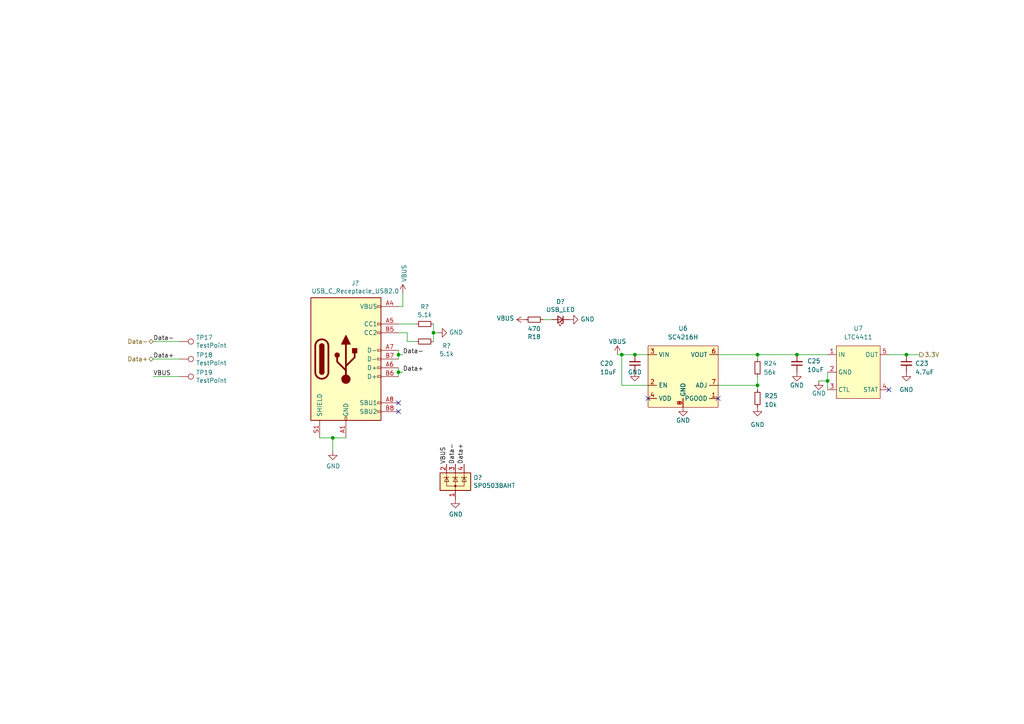
<source format=kicad_sch>
(kicad_sch (version 20211123) (generator eeschema)
  (paper "A4")
  (lib_symbols
    (symbol "Connector:TestPoint" (pin_numbers hide) (pin_names (offset 0.762) hide)
      (property "Reference" "TP" (at 0 6.858 0))
      (property "Value" "TestPoint" (at 0 5.08 0))
      (symbol "TestPoint_0_1"
        (circle (center 0 3.302) (radius 0.762))
      )
      (symbol "TestPoint_1_1"
        (pin passive line (at 0 0 90) (length 2.54) (name "1") (number "1"))
      )
    )
    (symbol "Connector:USB_C_Receptacle_USB2.0" (pin_names (offset 1.016))
      (property "Reference" "J" (at -10.16 19.05 0))
      (property "Value" "USB_C_Receptacle_USB2.0" (at 19.05 19.05 0))
      (symbol "USB_C_Receptacle_USB2.0_0_0"
        (rectangle (start -0.254 -17.78) (end 0.254 -16.764))
        (rectangle (start 10.16 -14.986) (end 9.144 -15.494))
        (rectangle (start 10.16 -12.446) (end 9.144 -12.954))
        (rectangle (start 10.16 -4.826) (end 9.144 -5.334))
        (rectangle (start 10.16 -2.286) (end 9.144 -2.794))
        (rectangle (start 10.16 0.254) (end 9.144 -0.254))
        (rectangle (start 10.16 2.794) (end 9.144 2.286))
        (rectangle (start 10.16 7.874) (end 9.144 7.366))
        (rectangle (start 10.16 10.414) (end 9.144 9.906))
        (rectangle (start 10.16 15.494) (end 9.144 14.986))
      )
      (symbol "USB_C_Receptacle_USB2.0_0_1"
        (rectangle (start -10.16 17.78) (end 10.16 -17.78) (stroke (width 0.254)) (fill (type background)))
        (arc (start -8.89 -3.81) (mid -6.985 -5.715) (end -5.08 -3.81) (stroke (width 0.508)))
        (arc (start -7.62 -3.81) (mid -6.985 -4.445) (end -6.35 -3.81) (stroke (width 0.254)))
        (arc (start -7.62 -3.81) (mid -6.985 -4.445) (end -6.35 -3.81) (stroke (width 0.254)) (fill (type outline)))
        (rectangle (start -7.62 -3.81) (end -6.35 3.81) (stroke (width 0.254)) (fill (type outline)))
        (arc (start -6.35 3.81) (mid -6.985 4.445) (end -7.62 3.81) (stroke (width 0.254)))
        (arc (start -6.35 3.81) (mid -6.985 4.445) (end -7.62 3.81) (stroke (width 0.254)) (fill (type outline)))
        (arc (start -5.08 3.81) (mid -6.985 5.715) (end -8.89 3.81) (stroke (width 0.508)))
        (circle (center -2.54 1.143) (radius 0.635) (stroke (width 0.254)) (fill (type outline)))
        (circle (center 0 -5.842) (radius 1.27) (fill (type outline)))
        (polyline (pts (xy -8.89 -3.81) (xy -8.89 3.81)) (stroke (width 0.508)))
        (polyline (pts (xy -5.08 3.81) (xy -5.08 -3.81)) (stroke (width 0.508)))
        (polyline (pts (xy 0 -5.842) (xy 0 4.318)) (stroke (width 0.508)))
        (polyline (pts (xy 0 -3.302) (xy -2.54 -0.762) (xy -2.54 0.508)) (stroke (width 0.508)))
        (polyline (pts (xy 0 -2.032) (xy 2.54 0.508) (xy 2.54 1.778)) (stroke (width 0.508)))
        (polyline (pts (xy -1.27 4.318) (xy 0 6.858) (xy 1.27 4.318) (xy -1.27 4.318)) (stroke (width 0.254)) (fill (type outline)))
        (rectangle (start 1.905 1.778) (end 3.175 3.048) (stroke (width 0.254)) (fill (type outline)))
      )
      (symbol "USB_C_Receptacle_USB2.0_1_1"
        (pin passive line (at 0 -22.86 90) (length 5.08) (name "GND") (number "A1"))
        (pin passive line (at 0 -22.86 90) (length 5.08) hide (name "GND") (number "A12"))
        (pin passive line (at 15.24 15.24 180) (length 5.08) (name "VBUS") (number "A4"))
        (pin bidirectional line (at 15.24 10.16 180) (length 5.08) (name "CC1") (number "A5"))
        (pin bidirectional line (at 15.24 -2.54 180) (length 5.08) (name "D+") (number "A6"))
        (pin bidirectional line (at 15.24 2.54 180) (length 5.08) (name "D-") (number "A7"))
        (pin bidirectional line (at 15.24 -12.7 180) (length 5.08) (name "SBU1") (number "A8"))
        (pin passive line (at 15.24 15.24 180) (length 5.08) hide (name "VBUS") (number "A9"))
        (pin passive line (at 0 -22.86 90) (length 5.08) hide (name "GND") (number "B1"))
        (pin passive line (at 0 -22.86 90) (length 5.08) hide (name "GND") (number "B12"))
        (pin passive line (at 15.24 15.24 180) (length 5.08) hide (name "VBUS") (number "B4"))
        (pin bidirectional line (at 15.24 7.62 180) (length 5.08) (name "CC2") (number "B5"))
        (pin bidirectional line (at 15.24 -5.08 180) (length 5.08) (name "D+") (number "B6"))
        (pin bidirectional line (at 15.24 0 180) (length 5.08) (name "D-") (number "B7"))
        (pin bidirectional line (at 15.24 -15.24 180) (length 5.08) (name "SBU2") (number "B8"))
        (pin passive line (at 15.24 15.24 180) (length 5.08) hide (name "VBUS") (number "B9"))
        (pin passive line (at -7.62 -22.86 90) (length 5.08) (name "SHIELD") (number "S1"))
      )
    )
    (symbol "Device:C_Small" (pin_numbers hide) (pin_names (offset 0.254) hide)
      (property "Reference" "C" (at 0.254 1.778 0))
      (property "Value" "C_Small" (at 0.254 -2.032 0))
      (symbol "C_Small_0_1"
        (polyline (pts (xy -1.524 -0.508) (xy 1.524 -0.508)) (stroke (width 0.3302)))
        (polyline (pts (xy -1.524 0.508) (xy 1.524 0.508)) (stroke (width 0.3048)))
      )
      (symbol "C_Small_1_1"
        (pin passive line (at 0 2.54 270) (length 2.032) (name "~") (number "1"))
        (pin passive line (at 0 -2.54 90) (length 2.032) (name "~") (number "2"))
      )
    )
    (symbol "Device:LED_Small" (pin_numbers hide) (pin_names (offset 0.254) hide)
      (property "Reference" "D" (at -1.27 3.175 0))
      (property "Value" "LED_Small" (at -4.445 -2.54 0))
      (symbol "LED_Small_0_1"
        (polyline (pts (xy -0.762 -1.016) (xy -0.762 1.016)) (stroke (width 0.254)))
        (polyline (pts (xy 1.016 0) (xy -0.762 0)))
        (polyline (pts (xy 0.762 -1.016) (xy -0.762 0) (xy 0.762 1.016) (xy 0.762 -1.016)) (stroke (width 0.254)))
        (polyline (pts (xy 0 0.762) (xy -0.508 1.27) (xy -0.254 1.27) (xy -0.508 1.27) (xy -0.508 1.016)))
        (polyline (pts (xy 0.508 1.27) (xy 0 1.778) (xy 0.254 1.778) (xy 0 1.778) (xy 0 1.524)))
      )
      (symbol "LED_Small_1_1"
        (pin passive line (at -2.54 0 0) (length 1.778) (name "K") (number "1"))
        (pin passive line (at 2.54 0 180) (length 1.778) (name "A") (number "2"))
      )
    )
    (symbol "Device:R_Small" (pin_numbers hide) (pin_names (offset 0.254) hide)
      (property "Reference" "R" (at 0.762 0.508 0))
      (property "Value" "R_Small" (at 0.762 -1.016 0))
      (symbol "R_Small_0_1"
        (rectangle (start -0.762 1.778) (end 0.762 -1.778) (stroke (width 0.2032)))
      )
      (symbol "R_Small_1_1"
        (pin passive line (at 0 2.54 270) (length 0.762) (name "~") (number "1"))
        (pin passive line (at 0 -2.54 90) (length 0.762) (name "~") (number "2"))
      )
    )
    (symbol "Power_Protection:SP0503BAHT" (pin_names hide)
      (property "Reference" "D" (at 5.715 2.54 0))
      (property "Value" "SP0503BAHT" (at 5.715 0.635 0))
      (symbol "SP0503BAHT_0_0"
        (pin passive line (at 0 -5.08 90) (length 2.54) (name "A") (number "1"))
      )
      (symbol "SP0503BAHT_0_1"
        (rectangle (start -4.445 2.54) (end 4.445 -2.54) (stroke (width 0.254)) (fill (type background)))
        (circle (center 0 -1.27) (radius 0.254) (fill (type outline)))
        (polyline (pts (xy -2.54 2.54) (xy -2.54 1.27)))
        (polyline (pts (xy 0 -1.27) (xy 0 -2.54)))
        (polyline (pts (xy 0 -1.27) (xy 0 1.27)))
        (polyline (pts (xy 0 2.54) (xy 0 1.27)))
        (polyline (pts (xy 0.635 1.27) (xy 0.762 1.27)))
        (polyline (pts (xy 2.54 2.54) (xy 2.54 1.27)))
        (polyline (pts (xy 0.635 1.27) (xy -0.762 1.27) (xy -0.762 1.016)))
        (polyline (pts (xy -3.302 1.016) (xy -3.302 1.27) (xy -1.905 1.27) (xy -1.778 1.27)))
        (polyline (pts (xy -2.54 1.27) (xy -2.54 -1.27) (xy 2.54 -1.27) (xy 2.54 1.27)))
        (polyline (pts (xy -2.54 1.27) (xy -1.905 0) (xy -3.175 0) (xy -2.54 1.27)))
        (polyline (pts (xy 0.635 0) (xy -0.635 0) (xy 0 1.27) (xy 0.635 0)))
        (polyline (pts (xy 1.778 1.016) (xy 1.778 1.27) (xy 3.175 1.27) (xy 3.302 1.27)))
        (polyline (pts (xy 2.54 1.27) (xy 1.905 0) (xy 3.175 0) (xy 2.54 1.27)))
      )
      (symbol "SP0503BAHT_1_1"
        (pin passive line (at -2.54 5.08 270) (length 2.54) (name "K") (number "2"))
        (pin passive line (at 0 5.08 270) (length 2.54) (name "K") (number "3"))
        (pin passive line (at 2.54 5.08 270) (length 2.54) (name "K") (number "4"))
      )
    )
    (symbol "iclr:LTC4411"
      (property "Reference" "U" (at 0 1.27 0))
      (property "Value" "LTC4411" (at 0 -1.27 0))
      (symbol "LTC4411_0_1"
        (rectangle (start -6.35 -2.54) (end 6.35 -17.78) (fill (type background)))
      )
      (symbol "LTC4411_1_1"
        (pin power_in line (at -8.89 -5.08 0) (length 2.54) (name "IN") (number "1"))
        (pin output line (at -8.89 -10.16 0) (length 2.54) (name "GND") (number "2"))
        (pin input line (at -8.89 -15.24 0) (length 2.54) (name "CTL") (number "3"))
        (pin input line (at 8.89 -15.24 180) (length 2.54) (name "STAT") (number "4"))
        (pin power_out line (at 8.89 -5.08 180) (length 2.54) (name "OUT") (number "5"))
      )
    )
    (symbol "iclr:RT9025-25GSP"
      (property "Reference" "U6" (at 0 4.8428 0))
      (property "Value" "RT9025-25GSP" (at 0 2.3059 0))
      (symbol "RT9025-25GSP_1_1"
        (rectangle (start -10.16 1.27) (end 10.16 -16.51) (fill (type background)))
        (pin output line (at 10.16 -13.97 180) (length 2.54) (name "PGOOD") (number "1"))
        (pin input line (at -10.16 -10.16 0) (length 2.54) (name "EN") (number "2"))
        (pin input line (at -10.16 -1.27 0) (length 2.54) (name "VIN") (number "3"))
        (pin input line (at -10.16 -13.97 0) (length 2.54) (name "VDD") (number "4"))
        (pin output line (at 10.16 -1.27 180) (length 2.54) (name "VOUT") (number "6"))
        (pin input line (at 10.16 -10.16 180) (length 2.54) (name "ADJ") (number "7"))
        (pin input line (at 0 -16.51 90) (length 2.54) (name "GND") (number "8"))
        (pin input line (at 0 -16.51 90) (length 2.54) (name "GND") (number "9"))
      )
    )
    (symbol "power:GND" (power) (pin_names (offset 0))
      (property "Value" "GND" (at 0 -3.81 0))
      (symbol "GND_0_1"
        (polyline (pts (xy 0 0) (xy 0 -1.27) (xy 1.27 -1.27) (xy 0 -2.54) (xy -1.27 -1.27) (xy 0 -1.27)))
      )
      (symbol "GND_1_1"
        (pin power_in line (at 0 0 270) (length 0) hide (name "GND") (number "1"))
      )
    )
    (symbol "power:VBUS" (power) (pin_names (offset 0))
      (property "Value" "VBUS" (at 0 3.81 0))
      (symbol "VBUS_0_1"
        (polyline (pts (xy -0.762 1.27) (xy 0 2.54)))
        (polyline (pts (xy 0 0) (xy 0 2.54)))
        (polyline (pts (xy 0 2.54) (xy 0.762 1.27)))
      )
      (symbol "VBUS_1_1"
        (pin power_in line (at 0 0 90) (length 0) hide (name "VBUS") (number "1"))
      )
    )
  )
  (junction (at 115.57 107.95))
  (junction (at 125.73 96.52))
  (junction (at 184.15 102.87))
  (junction (at 219.71 111.76))
  (junction (at 240.03 110.49))
  (junction (at 96.52 127))
  (junction (at 115.57 102.87))
  (junction (at 262.89 102.87))
  (junction (at 219.71 102.87))
  (junction (at 231.14 102.87))
  (junction (at 180.34 102.87))
  (no_connect (at 115.57 119.38))
  (no_connect (at 257.81 113.03))
  (no_connect (at 115.57 116.84))
  (no_connect (at 208.28 115.57))
  (no_connect (at 187.96 115.57))
  (wire (pts (xy 115.57 96.52) (xy 118.11 96.52)))
  (wire (pts (xy 179.07 102.87) (xy 180.34 102.87)))
  (wire (pts (xy 180.34 102.87) (xy 180.34 111.76)))
  (wire (pts (xy 219.71 109.22) (xy 219.71 111.76)))
  (wire (pts (xy 180.34 111.76) (xy 187.96 111.76)))
  (wire (pts (xy 44.45 109.22) (xy 52.07 109.22)))
  (wire (pts (xy 44.45 104.14) (xy 52.07 104.14)))
  (wire (pts (xy 96.52 127) (xy 96.52 130.81)))
  (wire (pts (xy 115.57 107.95) (xy 115.57 109.22)))
  (wire (pts (xy 118.11 96.52) (xy 118.11 99.06)))
  (wire (pts (xy 180.34 102.87) (xy 184.15 102.87)))
  (wire (pts (xy 262.89 102.87) (xy 266.7 102.87)))
  (wire (pts (xy 160.02 92.71) (xy 157.48 92.71)))
  (wire (pts (xy 240.03 110.49) (xy 240.03 113.03)))
  (wire (pts (xy 237.49 110.49) (xy 240.03 110.49)))
  (wire (pts (xy 240.03 107.95) (xy 240.03 110.49)))
  (wire (pts (xy 115.57 102.87) (xy 115.57 101.6)))
  (wire (pts (xy 115.57 102.87) (xy 116.84 102.87)))
  (wire (pts (xy 116.84 85.09) (xy 116.84 88.9)))
  (wire (pts (xy 231.14 102.87) (xy 240.03 102.87)))
  (wire (pts (xy 219.71 102.87) (xy 231.14 102.87)))
  (wire (pts (xy 125.73 93.98) (xy 125.73 96.52)))
  (wire (pts (xy 92.71 127) (xy 96.52 127)))
  (wire (pts (xy 208.28 102.87) (xy 219.71 102.87)))
  (wire (pts (xy 219.71 111.76) (xy 219.71 113.03)))
  (wire (pts (xy 208.28 111.76) (xy 219.71 111.76)))
  (wire (pts (xy 219.71 102.87) (xy 219.71 104.14)))
  (wire (pts (xy 115.57 93.98) (xy 120.65 93.98)))
  (wire (pts (xy 257.81 102.87) (xy 262.89 102.87)))
  (wire (pts (xy 125.73 99.06) (xy 125.73 96.52)))
  (wire (pts (xy 96.52 127) (xy 100.33 127)))
  (wire (pts (xy 184.15 102.87) (xy 187.96 102.87)))
  (wire (pts (xy 125.73 96.52) (xy 127 96.52)))
  (wire (pts (xy 115.57 106.68) (xy 115.57 107.95)))
  (wire (pts (xy 115.57 104.14) (xy 115.57 102.87)))
  (wire (pts (xy 115.57 107.95) (xy 116.84 107.95)))
  (wire (pts (xy 116.84 88.9) (xy 115.57 88.9)))
  (wire (pts (xy 118.11 99.06) (xy 120.65 99.06)))
  (wire (pts (xy 44.45 99.06) (xy 52.07 99.06)))
  (label "Data+" (at 134.62 134.62 90))
  (label "VBUS" (at 129.54 134.62 90))
  (label "Data+" (at 44.45 104.14 0))
  (label "Data-" (at 44.45 99.06 0))
  (label "Data-" (at 132.08 134.62 90))
  (label "Data-" (at 116.84 102.87 0))
  (label "VBUS" (at 44.45 109.22 0))
  (label "Data+" (at 116.84 107.95 0))
  (hierarchical_label "3.3V" (shape output) (at 266.7 102.87 0))
  (hierarchical_label "Data-" (shape bidirectional) (at 44.45 99.06 180))
  (hierarchical_label "Data+" (shape bidirectional) (at 44.45 104.14 180))
  (symbol (lib_id "power:GND") (at 127 96.52 90) (unit 1)
    (property "Reference" "#PWR?" (effects hide))
    (property "Value" "GND" (at 130.2512 96.393 90) (effects (justify right)))
  )
  (symbol (lib_id "Device:R_Small") (at 123.19 99.06 270) (unit 1)
    (property "Reference" "R?" (at 129.54 100.33 90))
    (property "Value" "5.1k" (at 129.54 102.6414 90))
    (property "Footprint" "Resistor_SMD:R_0603_1608Metric" (effects hide))
  )
  (symbol (lib_id "Device:R_Small") (at 123.19 93.98 90) (unit 1)
    (property "Reference" "R?" (at 123.19 89.0016 90))
    (property "Value" "5.1k" (at 123.19 91.313 90))
    (property "Footprint" "Resistor_SMD:R_0603_1608Metric" (effects hide))
  )
  (symbol (lib_id "power:GND") (at 96.52 130.81 0) (unit 1)
    (property "Reference" "#PWR?" (effects hide))
    (property "Value" "GND" (at 96.647 135.2042 0))
  )
  (symbol (lib_id "Connector:USB_C_Receptacle_USB2.0") (at 100.33 104.14 0) (unit 1)
    (property "Reference" "J?" (at 103.0478 82.1182 0))
    (property "Value" "USB_C_Receptacle_USB2.0" (at 103.0478 84.4296 0))
    (property "Footprint" "Connector_USB:USB_C_Receptacle_GCT_USB4085" (effects hide))
    (property "Datasheet" "https://www.usb.org/sites/default/files/documents/usb_type-c.zip" (effects hide))
  )
  (symbol (lib_id "power:GND") (at 132.08 144.78 0) (unit 1)
    (property "Reference" "#PWR?" (effects hide))
    (property "Value" "GND" (at 132.207 149.1742 0))
  )
  (symbol (lib_id "Power_Protection:SP0503BAHT") (at 132.08 139.7 0) (unit 1)
    (property "Reference" "D?" (at 137.287 138.5316 0) (effects (justify left)))
    (property "Value" "SP0503BAHT" (at 137.287 140.843 0) (effects (justify left)))
    (property "Footprint" "Package_TO_SOT_SMD:SOT-143" (effects hide))
    (property "Datasheet" "http://www.littelfuse.com/~/media/files/littelfuse/technical%20resources/documents/data%20sheets/sp05xxba.pdf" (effects hide))
  )
  (symbol (lib_id "power:VBUS") (at 116.84 85.09 0) (unit 1)
    (property "Reference" "#PWR0124" (effects hide))
    (property "Value" "VBUS" (at 117.221 81.8388 90) (effects (justify left)))
  )
  (symbol (lib_id "Connector:TestPoint") (at 52.07 99.06 270) (unit 1)
    (property "Reference" "TP17" (at 56.8452 97.8916 90) (effects (justify left)))
    (property "Value" "TestPoint" (at 56.8452 100.203 90) (effects (justify left)))
    (property "Footprint" "TestPoint:TestPoint_THTPad_1.0x1.0mm_Drill0.5mm" (effects hide))
  )
  (symbol (lib_id "Connector:TestPoint") (at 52.07 104.14 270) (unit 1)
    (property "Reference" "TP18" (at 56.8452 102.9716 90) (effects (justify left)))
    (property "Value" "TestPoint" (at 56.8452 105.283 90) (effects (justify left)))
    (property "Footprint" "TestPoint:TestPoint_THTPad_1.0x1.0mm_Drill0.5mm" (effects hide))
  )
  (symbol (lib_id "Connector:TestPoint") (at 52.07 109.22 270) (unit 1)
    (property "Reference" "TP19" (at 56.8452 108.0516 90) (effects (justify left)))
    (property "Value" "TestPoint" (at 56.8452 110.363 90) (effects (justify left)))
    (property "Footprint" "TestPoint:TestPoint_THTPad_1.0x1.0mm_Drill0.5mm" (effects hide))
  )
  (symbol (lib_id "Device:LED_Small") (at 162.56 92.71 180) (unit 1)
    (property "Reference" "D?" (at 162.56 87.503 0))
    (property "Value" "USB_LED" (at 162.56 89.8144 0))
    (property "Footprint" "LED_SMD:LED_0603_1608Metric_Castellated" (effects hide))
  )
  (symbol (lib_id "Device:R_Small") (at 154.94 92.71 90) (unit 1)
    (property "Reference" "R18" (at 154.94 97.6884 90))
    (property "Value" "470" (at 154.94 95.377 90))
    (property "Footprint" "Resistor_SMD:R_0603_1608Metric" (effects hide))
  )
  (symbol (lib_id "power:GND") (at 165.1 92.71 90) (unit 1)
    (property "Reference" "#PWR?" (effects hide))
    (property "Value" "GND" (at 168.3512 92.583 90) (effects (justify right)))
  )
  (symbol (lib_id "power:VBUS") (at 152.4 92.71 90) (unit 1)
    (property "Reference" "#PWR0129" (effects hide))
    (property "Value" "VBUS" (at 149.1488 92.329 90) (effects (justify left)))
  )
  (symbol (lib_id "iclr:LTC4411") (at 248.92 97.79 0) (unit 1)
    (property "Reference" "U7" (at 248.92 95.25 0))
    (property "Value" "LTC4411" (at 248.92 97.79 0))
    (property "Footprint" "Package_TO_SOT_SMD:SOT-23-5" (effects hide))
  )
  (symbol (lib_id "Device:C_Small") (at 231.14 105.41 180) (unit 1)
    (property "Reference" "C25" (at 234.0983 104.7154 0) (effects (justify right)))
    (property "Value" "10uF" (at 234.0983 107.2554 0) (effects (justify right)))
    (property "Footprint" "Capacitor_SMD:C_0603_1608Metric" (effects hide))
  )
  (symbol (lib_id "power:GND") (at 237.49 110.49 0) (unit 1)
    (property "Reference" "#PWR0150" (effects hide))
    (property "Value" "GND" (at 235.4883 114.0933 0) (effects (justify left)))
  )
  (symbol (lib_id "Device:R_Small") (at 219.71 115.57 0) (unit 1)
    (property "Reference" "R25" (at 221.724 114.8197 0) (effects (justify left)))
    (property "Value" "10k" (at 221.724 117.3597 0) (effects (justify left)))
    (property "Footprint" "Resistor_SMD:R_0402_1005Metric" (effects hide))
  )
  (symbol (lib_id "power:GND") (at 231.14 107.95 0) (unit 1)
    (property "Reference" "#PWR015" (effects hide))
    (property "Value" "GND" (at 231.14 111.76 0))
  )
  (symbol (lib_id "power:VBUS") (at 179.07 102.87 0) (unit 1)
    (property "Reference" "#PWR04" (effects hide))
    (property "Value" "VBUS" (at 176.53 99.06 0) (effects (justify left)))
  )
  (symbol (lib_id "Device:R_Small") (at 219.71 106.68 0) (unit 1)
    (property "Reference" "R24" (at 221.4667 105.4505 0) (effects (justify left)))
    (property "Value" "56k" (at 221.4667 107.9905 0) (effects (justify left)))
    (property "Footprint" "Resistor_SMD:R_0402_1005Metric" (effects hide))
  )
  (symbol (lib_id "iclr:RT9025-25GSP") (at 198.12 101.6 0) (unit 1)
    (property "Reference" "U6" (at 198.12 95.25 0))
    (property "Value" "SC4216H" (at 198.12 97.79 0))
    (property "Footprint" "iclr:SOIC127P599X175-9N" (effects hide))
  )
  (symbol (lib_id "power:GND") (at 219.71 118.11 0) (unit 1)
    (property "Reference" "#PWR014" (effects hide))
    (property "Value" "GND" (at 219.71 123.19 0))
  )
  (symbol (lib_id "Device:C_Small") (at 184.15 105.41 180) (unit 1)
    (property "Reference" "C20" (at 173.99 105.41 0) (effects (justify right)))
    (property "Value" "10uF" (at 173.99 107.95 0) (effects (justify right)))
    (property "Footprint" "Capacitor_SMD:C_0603_1608Metric" (effects hide))
  )
  (symbol (lib_id "power:GND") (at 262.89 107.95 0) (unit 1)
    (property "Reference" "#PWR0149" (effects hide))
    (property "Value" "GND" (at 262.89 113.03 0))
  )
  (symbol (lib_id "power:GND") (at 198.12 118.11 0) (unit 1)
    (property "Reference" "#PWR010" (effects hide))
    (property "Value" "GND" (at 198.12 121.92 0))
  )
  (symbol (lib_id "Device:C_Small") (at 262.89 105.41 0) (unit 1)
    (property "Reference" "C23" (at 265.43 105.41 0) (effects (justify left)))
    (property "Value" "4.7uF" (at 265.43 107.95 0) (effects (justify left)))
    (property "Footprint" "Capacitor_SMD:C_0603_1608Metric" (effects hide))
  )
  (symbol (lib_id "power:GND") (at 184.15 107.95 0) (unit 1)
    (property "Reference" "#PWR05" (effects hide))
    (property "Value" "GND" (at 184.15 107.95 0))
  )
)
</source>
